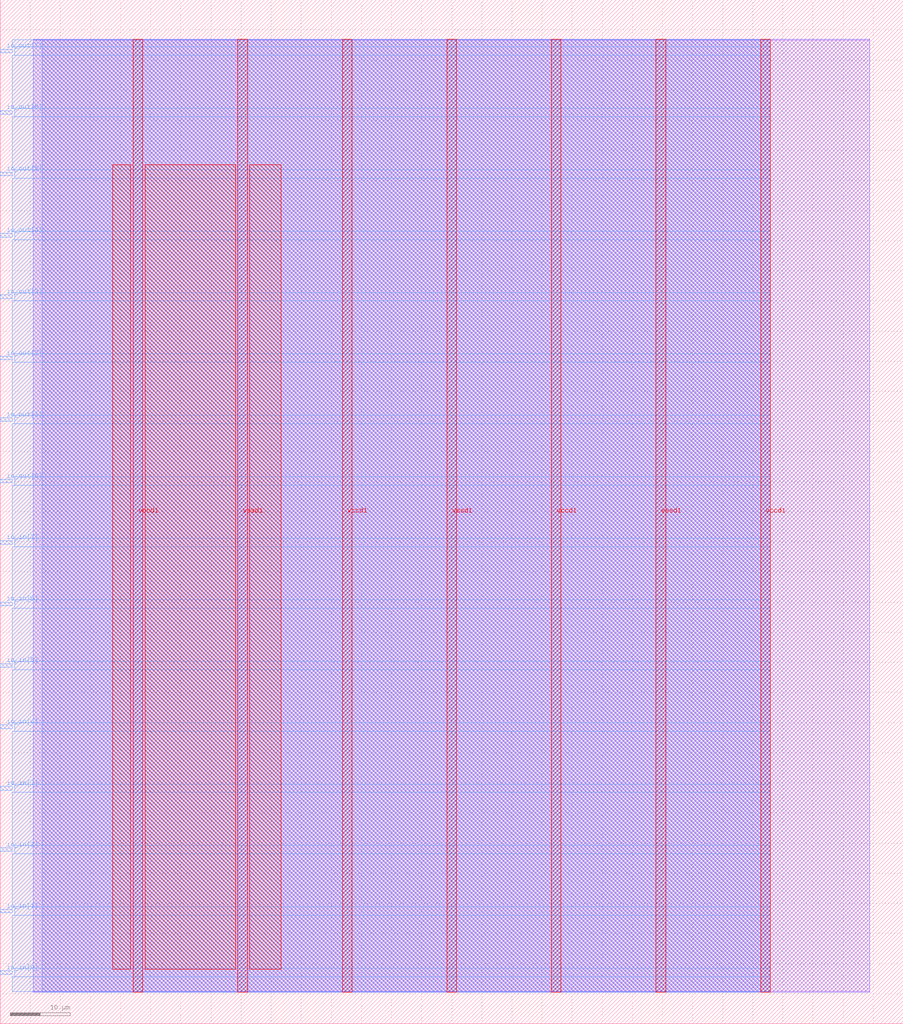
<source format=lef>
VERSION 5.7 ;
  NOWIREEXTENSIONATPIN ON ;
  DIVIDERCHAR "/" ;
  BUSBITCHARS "[]" ;
MACRO chase_the_beat
  CLASS BLOCK ;
  FOREIGN chase_the_beat ;
  ORIGIN 0.000 0.000 ;
  SIZE 150.000 BY 170.000 ;
  PIN io_in[0]
    DIRECTION INPUT ;
    USE SIGNAL ;
    PORT
      LAYER met3 ;
        RECT 0.000 8.200 2.000 8.800 ;
    END
  END io_in[0]
  PIN io_in[1]
    DIRECTION INPUT ;
    USE SIGNAL ;
    PORT
      LAYER met3 ;
        RECT 0.000 18.400 2.000 19.000 ;
    END
  END io_in[1]
  PIN io_in[2]
    DIRECTION INPUT ;
    USE SIGNAL ;
    PORT
      LAYER met3 ;
        RECT 0.000 28.600 2.000 29.200 ;
    END
  END io_in[2]
  PIN io_in[3]
    DIRECTION INPUT ;
    USE SIGNAL ;
    PORT
      LAYER met3 ;
        RECT 0.000 38.800 2.000 39.400 ;
    END
  END io_in[3]
  PIN io_in[4]
    DIRECTION INPUT ;
    USE SIGNAL ;
    PORT
      LAYER met3 ;
        RECT 0.000 49.000 2.000 49.600 ;
    END
  END io_in[4]
  PIN io_in[5]
    DIRECTION INPUT ;
    USE SIGNAL ;
    PORT
      LAYER met3 ;
        RECT 0.000 59.200 2.000 59.800 ;
    END
  END io_in[5]
  PIN io_in[6]
    DIRECTION INPUT ;
    USE SIGNAL ;
    PORT
      LAYER met3 ;
        RECT 0.000 69.400 2.000 70.000 ;
    END
  END io_in[6]
  PIN io_in[7]
    DIRECTION INPUT ;
    USE SIGNAL ;
    PORT
      LAYER met3 ;
        RECT 0.000 79.600 2.000 80.200 ;
    END
  END io_in[7]
  PIN io_out[0]
    DIRECTION OUTPUT TRISTATE ;
    USE SIGNAL ;
    PORT
      LAYER met3 ;
        RECT 0.000 89.800 2.000 90.400 ;
    END
  END io_out[0]
  PIN io_out[1]
    DIRECTION OUTPUT TRISTATE ;
    USE SIGNAL ;
    PORT
      LAYER met3 ;
        RECT 0.000 100.000 2.000 100.600 ;
    END
  END io_out[1]
  PIN io_out[2]
    DIRECTION OUTPUT TRISTATE ;
    USE SIGNAL ;
    PORT
      LAYER met3 ;
        RECT 0.000 110.200 2.000 110.800 ;
    END
  END io_out[2]
  PIN io_out[3]
    DIRECTION OUTPUT TRISTATE ;
    USE SIGNAL ;
    PORT
      LAYER met3 ;
        RECT 0.000 120.400 2.000 121.000 ;
    END
  END io_out[3]
  PIN io_out[4]
    DIRECTION OUTPUT TRISTATE ;
    USE SIGNAL ;
    PORT
      LAYER met3 ;
        RECT 0.000 130.600 2.000 131.200 ;
    END
  END io_out[4]
  PIN io_out[5]
    DIRECTION OUTPUT TRISTATE ;
    USE SIGNAL ;
    PORT
      LAYER met3 ;
        RECT 0.000 140.800 2.000 141.400 ;
    END
  END io_out[5]
  PIN io_out[6]
    DIRECTION OUTPUT TRISTATE ;
    USE SIGNAL ;
    PORT
      LAYER met3 ;
        RECT 0.000 151.000 2.000 151.600 ;
    END
  END io_out[6]
  PIN io_out[7]
    DIRECTION OUTPUT TRISTATE ;
    USE SIGNAL ;
    PORT
      LAYER met3 ;
        RECT 0.000 161.200 2.000 161.800 ;
    END
  END io_out[7]
  PIN vccd1
    DIRECTION INOUT ;
    USE POWER ;
    PORT
      LAYER met4 ;
        RECT 22.090 5.200 23.690 163.440 ;
    END
    PORT
      LAYER met4 ;
        RECT 56.830 5.200 58.430 163.440 ;
    END
    PORT
      LAYER met4 ;
        RECT 91.570 5.200 93.170 163.440 ;
    END
    PORT
      LAYER met4 ;
        RECT 126.310 5.200 127.910 163.440 ;
    END
  END vccd1
  PIN vssd1
    DIRECTION INOUT ;
    USE GROUND ;
    PORT
      LAYER met4 ;
        RECT 39.460 5.200 41.060 163.440 ;
    END
    PORT
      LAYER met4 ;
        RECT 74.200 5.200 75.800 163.440 ;
    END
    PORT
      LAYER met4 ;
        RECT 108.940 5.200 110.540 163.440 ;
    END
  END vssd1
  OBS
      LAYER li1 ;
        RECT 5.520 5.355 144.440 163.285 ;
      LAYER met1 ;
        RECT 5.520 5.200 144.440 163.440 ;
      LAYER met2 ;
        RECT 6.990 5.255 127.880 163.385 ;
      LAYER met3 ;
        RECT 2.000 162.200 127.900 163.365 ;
        RECT 2.400 160.800 127.900 162.200 ;
        RECT 2.000 152.000 127.900 160.800 ;
        RECT 2.400 150.600 127.900 152.000 ;
        RECT 2.000 141.800 127.900 150.600 ;
        RECT 2.400 140.400 127.900 141.800 ;
        RECT 2.000 131.600 127.900 140.400 ;
        RECT 2.400 130.200 127.900 131.600 ;
        RECT 2.000 121.400 127.900 130.200 ;
        RECT 2.400 120.000 127.900 121.400 ;
        RECT 2.000 111.200 127.900 120.000 ;
        RECT 2.400 109.800 127.900 111.200 ;
        RECT 2.000 101.000 127.900 109.800 ;
        RECT 2.400 99.600 127.900 101.000 ;
        RECT 2.000 90.800 127.900 99.600 ;
        RECT 2.400 89.400 127.900 90.800 ;
        RECT 2.000 80.600 127.900 89.400 ;
        RECT 2.400 79.200 127.900 80.600 ;
        RECT 2.000 70.400 127.900 79.200 ;
        RECT 2.400 69.000 127.900 70.400 ;
        RECT 2.000 60.200 127.900 69.000 ;
        RECT 2.400 58.800 127.900 60.200 ;
        RECT 2.000 50.000 127.900 58.800 ;
        RECT 2.400 48.600 127.900 50.000 ;
        RECT 2.000 39.800 127.900 48.600 ;
        RECT 2.400 38.400 127.900 39.800 ;
        RECT 2.000 29.600 127.900 38.400 ;
        RECT 2.400 28.200 127.900 29.600 ;
        RECT 2.000 19.400 127.900 28.200 ;
        RECT 2.400 18.000 127.900 19.400 ;
        RECT 2.000 9.200 127.900 18.000 ;
        RECT 2.400 7.800 127.900 9.200 ;
        RECT 2.000 5.275 127.900 7.800 ;
      LAYER met4 ;
        RECT 18.695 9.015 21.690 142.625 ;
        RECT 24.090 9.015 39.060 142.625 ;
        RECT 41.460 9.015 46.625 142.625 ;
  END
END chase_the_beat
END LIBRARY


</source>
